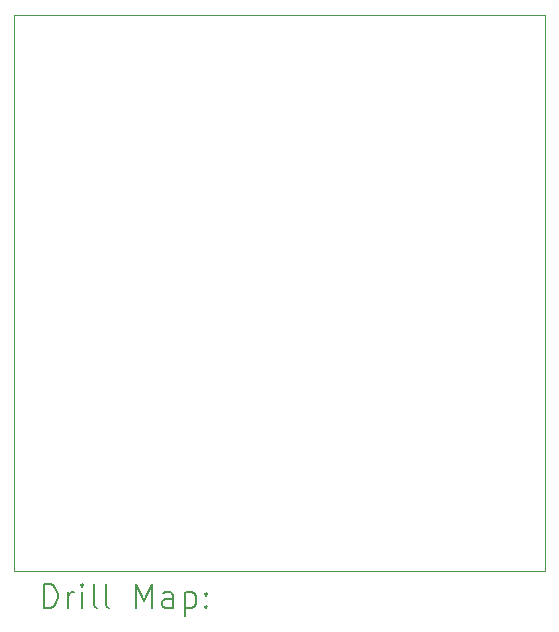
<source format=gbr>
%TF.GenerationSoftware,KiCad,Pcbnew,7.0.8-7.0.8~ubuntu22.04.1*%
%TF.CreationDate,2023-11-09T22:33:23+02:00*%
%TF.ProjectId,elepajaradio,656c6570-616a-4617-9261-64696f2e6b69,rev?*%
%TF.SameCoordinates,Original*%
%TF.FileFunction,Drillmap*%
%TF.FilePolarity,Positive*%
%FSLAX45Y45*%
G04 Gerber Fmt 4.5, Leading zero omitted, Abs format (unit mm)*
G04 Created by KiCad (PCBNEW 7.0.8-7.0.8~ubuntu22.04.1) date 2023-11-09 22:33:23*
%MOMM*%
%LPD*%
G01*
G04 APERTURE LIST*
%ADD10C,0.100000*%
%ADD11C,0.200000*%
G04 APERTURE END LIST*
D10*
X12200000Y-7100000D02*
X16700000Y-7100000D01*
X16700000Y-11800000D01*
X12200000Y-11800000D01*
X12200000Y-7100000D01*
D11*
X12455777Y-12116484D02*
X12455777Y-11916484D01*
X12455777Y-11916484D02*
X12503396Y-11916484D01*
X12503396Y-11916484D02*
X12531967Y-11926008D01*
X12531967Y-11926008D02*
X12551015Y-11945055D01*
X12551015Y-11945055D02*
X12560539Y-11964103D01*
X12560539Y-11964103D02*
X12570062Y-12002198D01*
X12570062Y-12002198D02*
X12570062Y-12030769D01*
X12570062Y-12030769D02*
X12560539Y-12068865D01*
X12560539Y-12068865D02*
X12551015Y-12087912D01*
X12551015Y-12087912D02*
X12531967Y-12106960D01*
X12531967Y-12106960D02*
X12503396Y-12116484D01*
X12503396Y-12116484D02*
X12455777Y-12116484D01*
X12655777Y-12116484D02*
X12655777Y-11983150D01*
X12655777Y-12021246D02*
X12665301Y-12002198D01*
X12665301Y-12002198D02*
X12674824Y-11992674D01*
X12674824Y-11992674D02*
X12693872Y-11983150D01*
X12693872Y-11983150D02*
X12712920Y-11983150D01*
X12779586Y-12116484D02*
X12779586Y-11983150D01*
X12779586Y-11916484D02*
X12770062Y-11926008D01*
X12770062Y-11926008D02*
X12779586Y-11935531D01*
X12779586Y-11935531D02*
X12789110Y-11926008D01*
X12789110Y-11926008D02*
X12779586Y-11916484D01*
X12779586Y-11916484D02*
X12779586Y-11935531D01*
X12903396Y-12116484D02*
X12884348Y-12106960D01*
X12884348Y-12106960D02*
X12874824Y-12087912D01*
X12874824Y-12087912D02*
X12874824Y-11916484D01*
X13008158Y-12116484D02*
X12989110Y-12106960D01*
X12989110Y-12106960D02*
X12979586Y-12087912D01*
X12979586Y-12087912D02*
X12979586Y-11916484D01*
X13236729Y-12116484D02*
X13236729Y-11916484D01*
X13236729Y-11916484D02*
X13303396Y-12059341D01*
X13303396Y-12059341D02*
X13370062Y-11916484D01*
X13370062Y-11916484D02*
X13370062Y-12116484D01*
X13551015Y-12116484D02*
X13551015Y-12011722D01*
X13551015Y-12011722D02*
X13541491Y-11992674D01*
X13541491Y-11992674D02*
X13522443Y-11983150D01*
X13522443Y-11983150D02*
X13484348Y-11983150D01*
X13484348Y-11983150D02*
X13465301Y-11992674D01*
X13551015Y-12106960D02*
X13531967Y-12116484D01*
X13531967Y-12116484D02*
X13484348Y-12116484D01*
X13484348Y-12116484D02*
X13465301Y-12106960D01*
X13465301Y-12106960D02*
X13455777Y-12087912D01*
X13455777Y-12087912D02*
X13455777Y-12068865D01*
X13455777Y-12068865D02*
X13465301Y-12049817D01*
X13465301Y-12049817D02*
X13484348Y-12040293D01*
X13484348Y-12040293D02*
X13531967Y-12040293D01*
X13531967Y-12040293D02*
X13551015Y-12030769D01*
X13646253Y-11983150D02*
X13646253Y-12183150D01*
X13646253Y-11992674D02*
X13665301Y-11983150D01*
X13665301Y-11983150D02*
X13703396Y-11983150D01*
X13703396Y-11983150D02*
X13722443Y-11992674D01*
X13722443Y-11992674D02*
X13731967Y-12002198D01*
X13731967Y-12002198D02*
X13741491Y-12021246D01*
X13741491Y-12021246D02*
X13741491Y-12078388D01*
X13741491Y-12078388D02*
X13731967Y-12097436D01*
X13731967Y-12097436D02*
X13722443Y-12106960D01*
X13722443Y-12106960D02*
X13703396Y-12116484D01*
X13703396Y-12116484D02*
X13665301Y-12116484D01*
X13665301Y-12116484D02*
X13646253Y-12106960D01*
X13827205Y-12097436D02*
X13836729Y-12106960D01*
X13836729Y-12106960D02*
X13827205Y-12116484D01*
X13827205Y-12116484D02*
X13817682Y-12106960D01*
X13817682Y-12106960D02*
X13827205Y-12097436D01*
X13827205Y-12097436D02*
X13827205Y-12116484D01*
X13827205Y-11992674D02*
X13836729Y-12002198D01*
X13836729Y-12002198D02*
X13827205Y-12011722D01*
X13827205Y-12011722D02*
X13817682Y-12002198D01*
X13817682Y-12002198D02*
X13827205Y-11992674D01*
X13827205Y-11992674D02*
X13827205Y-12011722D01*
M02*

</source>
